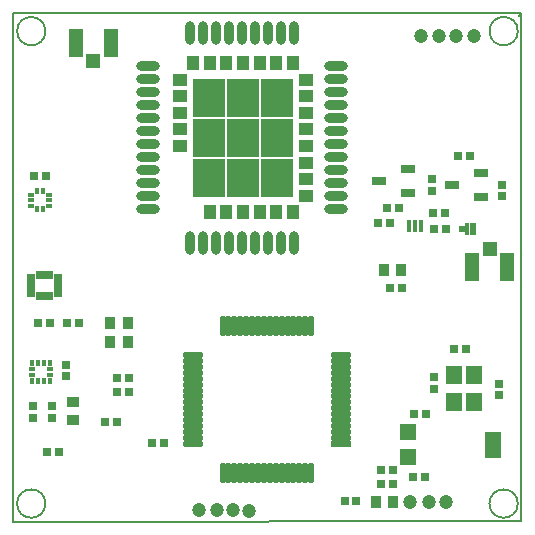
<source format=gts>
%FSLAX25Y25*%
%MOIN*%
G70*
G01*
G75*
G04 Layer_Color=8388736*
%ADD10C,0.01500*%
%ADD11C,0.02000*%
%ADD12R,0.02362X0.02362*%
%ADD13R,0.05000X0.07874*%
%ADD14R,0.05000X0.05000*%
%ADD15R,0.04800X0.05600*%
%ADD16R,0.02362X0.02362*%
%ADD17R,0.02756X0.03347*%
%ADD18O,0.06299X0.01181*%
%ADD19O,0.01181X0.06299*%
%ADD20R,0.06299X0.01181*%
%ADD21C,0.03937*%
G04:AMPARAMS|DCode=22|XSize=41.34mil|YSize=86.61mil|CornerRadius=6.2mil|HoleSize=0mil|Usage=FLASHONLY|Rotation=0.000|XOffset=0mil|YOffset=0mil|HoleType=Round|Shape=RoundedRectangle|*
%AMROUNDEDRECTD22*
21,1,0.04134,0.07421,0,0,0.0*
21,1,0.02894,0.08661,0,0,0.0*
1,1,0.01240,0.01447,-0.03711*
1,1,0.01240,-0.01447,-0.03711*
1,1,0.01240,-0.01447,0.03711*
1,1,0.01240,0.01447,0.03711*
%
%ADD22ROUNDEDRECTD22*%
G04:AMPARAMS|DCode=23|XSize=39.37mil|YSize=41.34mil|CornerRadius=5.91mil|HoleSize=0mil|Usage=FLASHONLY|Rotation=0.000|XOffset=0mil|YOffset=0mil|HoleType=Round|Shape=RoundedRectangle|*
%AMROUNDEDRECTD23*
21,1,0.03937,0.02953,0,0,0.0*
21,1,0.02756,0.04134,0,0,0.0*
1,1,0.01181,0.01378,-0.01476*
1,1,0.01181,-0.01378,-0.01476*
1,1,0.01181,-0.01378,0.01476*
1,1,0.01181,0.01378,0.01476*
%
%ADD23ROUNDEDRECTD23*%
%ADD24R,0.00984X0.01083*%
%ADD25R,0.01083X0.00984*%
%ADD26R,0.03347X0.02756*%
%ADD27R,0.01890X0.01181*%
%ADD28R,0.01181X0.01890*%
%ADD29R,0.00984X0.01083*%
%ADD30R,0.01083X0.00984*%
%ADD31R,0.00787X0.01378*%
%ADD32R,0.01181X0.01378*%
%ADD33R,0.00984X0.01378*%
%ADD34R,0.01181X0.01181*%
%ADD35R,0.03937X0.02362*%
%ADD36R,0.03937X0.03150*%
%ADD37R,0.03150X0.03937*%
%ADD38R,0.09843X0.11811*%
%ADD39O,0.07087X0.02362*%
%ADD40O,0.02362X0.07087*%
%ADD41C,0.00800*%
%ADD42C,0.01000*%
%ADD43C,0.00500*%
%ADD44C,0.00600*%
%ADD45R,0.12000X0.09600*%
%ADD46C,0.02000*%
%ADD47C,0.04000*%
%ADD48C,0.03000*%
%ADD49C,0.05000*%
%ADD50C,0.04000*%
%ADD51C,0.03000*%
%ADD52R,0.05906X0.03150*%
%ADD53R,0.07874X0.07087*%
%ADD54R,0.05906X0.05118*%
%ADD55R,0.02362X0.03937*%
%ADD56R,0.07874X0.07874*%
%ADD57P,0.03341X4X90.0*%
%ADD58R,0.09843X0.01969*%
%ADD59O,0.03937X0.07874*%
%ADD60R,0.08661X0.11811*%
G04:AMPARAMS|DCode=61|XSize=45mil|YSize=65mil|CornerRadius=5.63mil|HoleSize=0mil|Usage=FLASHONLY|Rotation=0.000|XOffset=0mil|YOffset=0mil|HoleType=Round|Shape=RoundedRectangle|*
%AMROUNDEDRECTD61*
21,1,0.04500,0.05375,0,0,0.0*
21,1,0.03375,0.06500,0,0,0.0*
1,1,0.01125,0.01688,-0.02688*
1,1,0.01125,-0.01688,-0.02688*
1,1,0.01125,-0.01688,0.02688*
1,1,0.01125,0.01688,0.02688*
%
%ADD61ROUNDEDRECTD61*%
%ADD62O,0.02953X0.01772*%
%ADD63R,0.11811X0.19685*%
%ADD64O,0.08661X0.02362*%
%ADD65R,0.07087X0.04331*%
%ADD66O,0.01378X0.02756*%
%ADD67R,0.05118X0.03937*%
%ADD68R,0.01200X0.01800*%
%ADD69R,0.02559X0.04921*%
%ADD70R,0.03937X0.05118*%
%ADD71R,0.04921X0.02559*%
%ADD72C,0.00787*%
%ADD73O,0.07874X0.03937*%
%ADD74R,0.10738X0.04200*%
%ADD75C,0.01200*%
%ADD76C,0.00300*%
%ADD77C,0.00400*%
%ADD78R,0.35200X0.19400*%
%ADD79R,0.02228X0.02472*%
%ADD80R,0.03162X0.03162*%
%ADD81R,0.05800X0.08674*%
%ADD82R,0.05800X0.05800*%
%ADD83R,0.05600X0.06400*%
%ADD84R,0.03162X0.03162*%
%ADD85R,0.03556X0.04147*%
%ADD86O,0.07099X0.01981*%
%ADD87O,0.01981X0.07099*%
%ADD88R,0.07099X0.01981*%
%ADD89C,0.04737*%
G04:AMPARAMS|DCode=90|XSize=49.34mil|YSize=94.61mil|CornerRadius=7.4mil|HoleSize=0mil|Usage=FLASHONLY|Rotation=0.000|XOffset=0mil|YOffset=0mil|HoleType=Round|Shape=RoundedRectangle|*
%AMROUNDEDRECTD90*
21,1,0.04934,0.07981,0,0,0.0*
21,1,0.03454,0.09461,0,0,0.0*
1,1,0.01480,0.01727,-0.03991*
1,1,0.01480,-0.01727,-0.03991*
1,1,0.01480,-0.01727,0.03991*
1,1,0.01480,0.01727,0.03991*
%
%ADD90ROUNDEDRECTD90*%
G04:AMPARAMS|DCode=91|XSize=47.37mil|YSize=49.34mil|CornerRadius=7.11mil|HoleSize=0mil|Usage=FLASHONLY|Rotation=0.000|XOffset=0mil|YOffset=0mil|HoleType=Round|Shape=RoundedRectangle|*
%AMROUNDEDRECTD91*
21,1,0.04737,0.03513,0,0,0.0*
21,1,0.03316,0.04934,0,0,0.0*
1,1,0.01421,0.01658,-0.01756*
1,1,0.01421,-0.01658,-0.01756*
1,1,0.01421,-0.01658,0.01756*
1,1,0.01421,0.01658,0.01756*
%
%ADD91ROUNDEDRECTD91*%
%ADD92R,0.01784X0.01883*%
%ADD93R,0.01883X0.01784*%
%ADD94R,0.04147X0.03556*%
%ADD95R,0.02690X0.01981*%
%ADD96R,0.01981X0.02690*%
%ADD97R,0.01784X0.01883*%
%ADD98R,0.01883X0.01784*%
%ADD99R,0.01587X0.02178*%
%ADD100R,0.01981X0.02178*%
%ADD101R,0.01784X0.02178*%
%ADD102R,0.01981X0.01981*%
%ADD103R,0.04737X0.03162*%
%ADD104R,0.04737X0.03950*%
%ADD105R,0.03950X0.04737*%
%ADD106R,0.10642X0.12611*%
%ADD107O,0.07887X0.03162*%
%ADD108O,0.03162X0.07887*%
D43*
X10630Y5906D02*
G03*
X10630Y5906I-4724J0D01*
G01*
X168110Y163386D02*
G03*
X168110Y163386I-4724J0D01*
G01*
X10630D02*
G03*
X10630Y163386I-4724J0D01*
G01*
X168110Y5906D02*
G03*
X168110Y5906I-4724J0D01*
G01*
X0Y-74D02*
X169291Y-0D01*
Y169291D01*
X-0D02*
X0Y0D01*
X-0Y169291D02*
X169291D01*
X168484Y168484D02*
X169291Y169291D01*
D80*
X11223Y22950D02*
D03*
X15160D02*
D03*
X126591Y17119D02*
D03*
X122654D02*
D03*
X46299Y25957D02*
D03*
X50236D02*
D03*
X133439Y35665D02*
D03*
X137376D02*
D03*
X133281Y14894D02*
D03*
X137218D02*
D03*
X110344Y6657D02*
D03*
X114281D02*
D03*
X150766Y57347D02*
D03*
X146829D02*
D03*
X126584Y12292D02*
D03*
X122647D02*
D03*
X38604Y47812D02*
D03*
X34667D02*
D03*
X34414Y33073D02*
D03*
X30477D02*
D03*
X34442Y42961D02*
D03*
X38379D02*
D03*
X12256Y66131D02*
D03*
X8319Y66131D02*
D03*
X10937Y115143D02*
D03*
X7000D02*
D03*
X17889Y66185D02*
D03*
X21826D02*
D03*
X124600Y104300D02*
D03*
X128537D02*
D03*
X148100Y121700D02*
D03*
X152037D02*
D03*
X140300Y97500D02*
D03*
X144237D02*
D03*
X121600Y99500D02*
D03*
X125537D02*
D03*
X143900Y102600D02*
D03*
X139963D02*
D03*
X129400Y77600D02*
D03*
X125463D02*
D03*
D81*
X159840Y25524D02*
D03*
D82*
X131340Y21311D02*
D03*
X131340Y29811D02*
D03*
D83*
X153512Y48647D02*
D03*
Y39916D02*
D03*
X146766Y48647D02*
D03*
X146766Y39917D02*
D03*
D84*
X140098Y44231D02*
D03*
Y48168D02*
D03*
X161728Y45889D02*
D03*
X161728Y41952D02*
D03*
X12798Y38268D02*
D03*
Y34331D02*
D03*
X6598Y34330D02*
D03*
Y38267D02*
D03*
X17368Y48265D02*
D03*
Y52202D02*
D03*
X139400Y114000D02*
D03*
Y110063D02*
D03*
X163000Y108300D02*
D03*
Y112237D02*
D03*
D85*
X120711Y6550D02*
D03*
X126617D02*
D03*
X129306Y83800D02*
D03*
X123400Y83800D02*
D03*
X38048Y59888D02*
D03*
X32142Y59888D02*
D03*
X38137Y66067D02*
D03*
X32231Y66067D02*
D03*
D86*
X109058Y55382D02*
D03*
Y51445D02*
D03*
X109058Y53413D02*
D03*
X109058Y49476D02*
D03*
X59845Y25854D02*
D03*
Y27822D02*
D03*
X59845Y29791D02*
D03*
Y31759D02*
D03*
Y33728D02*
D03*
Y35697D02*
D03*
Y37665D02*
D03*
X59845Y39634D02*
D03*
Y41602D02*
D03*
X59845Y43571D02*
D03*
Y45539D02*
D03*
Y47508D02*
D03*
X59845Y49476D02*
D03*
X59845Y51445D02*
D03*
Y53413D02*
D03*
X59845Y55382D02*
D03*
X109058Y47508D02*
D03*
Y45539D02*
D03*
Y43571D02*
D03*
Y41602D02*
D03*
Y39634D02*
D03*
Y37665D02*
D03*
Y35697D02*
D03*
Y31760D02*
D03*
Y29791D02*
D03*
Y27822D02*
D03*
Y33728D02*
D03*
D87*
X99215Y16011D02*
D03*
X97247D02*
D03*
X95278D02*
D03*
X93310D02*
D03*
X91341D02*
D03*
X89373D02*
D03*
X87404D02*
D03*
X85436D02*
D03*
X83467D02*
D03*
X81499D02*
D03*
X79530D02*
D03*
X77562D02*
D03*
X75593D02*
D03*
X73625D02*
D03*
X71656D02*
D03*
X69688Y16011D02*
D03*
Y65224D02*
D03*
X71656D02*
D03*
X73625D02*
D03*
X75593D02*
D03*
X77562D02*
D03*
X79530D02*
D03*
X81499D02*
D03*
X83467D02*
D03*
X85436D02*
D03*
X87404D02*
D03*
X89373D02*
D03*
X91341D02*
D03*
X93310D02*
D03*
X95278D02*
D03*
X97247D02*
D03*
X99215D02*
D03*
D88*
X109058Y25854D02*
D03*
D89*
X153500Y161800D02*
D03*
X147633D02*
D03*
X141767D02*
D03*
X135900D02*
D03*
X61924Y3847D02*
D03*
X73008Y3669D02*
D03*
X144102Y6386D02*
D03*
X132303Y6512D02*
D03*
X67768Y3626D02*
D03*
X138516Y6272D02*
D03*
X78661Y3587D02*
D03*
D90*
X20761Y159577D02*
D03*
X32375D02*
D03*
X164507Y84700D02*
D03*
X152893Y84700D02*
D03*
D91*
X26568Y153573D02*
D03*
X158700Y90704D02*
D03*
D92*
X7853Y103942D02*
D03*
X9822D02*
D03*
Y109945D02*
D03*
X7853D02*
D03*
D93*
X11839Y104975D02*
D03*
Y106943D02*
D03*
Y108912D02*
D03*
X5835D02*
D03*
Y106943D02*
D03*
Y105043D02*
D03*
D94*
X19831Y39741D02*
D03*
X19831Y33835D02*
D03*
D95*
X5837Y81531D02*
D03*
Y79562D02*
D03*
X5837Y77594D02*
D03*
Y75625D02*
D03*
X14892D02*
D03*
X14892Y77594D02*
D03*
Y79562D02*
D03*
Y81531D02*
D03*
D96*
X8396Y74995D02*
D03*
X10364D02*
D03*
X12333D02*
D03*
X12333Y82161D02*
D03*
X10364D02*
D03*
X8396D02*
D03*
D97*
X6150Y46735D02*
D03*
X8118D02*
D03*
X10087D02*
D03*
X12055D02*
D03*
X12055Y52739D02*
D03*
X10087D02*
D03*
X8118D02*
D03*
X6150D02*
D03*
D98*
X12105Y48753D02*
D03*
Y50722D02*
D03*
X6101D02*
D03*
Y48753D02*
D03*
D99*
X131931Y97416D02*
D03*
X133900D02*
D03*
X135869D02*
D03*
Y99384D02*
D03*
X133900D02*
D03*
X131931D02*
D03*
D100*
X153043Y96268D02*
D03*
Y98532D02*
D03*
D101*
X151173Y96268D02*
D03*
Y98532D02*
D03*
D102*
X149500Y97400D02*
D03*
D103*
X131600Y109500D02*
D03*
X121757Y113437D02*
D03*
X131600Y117374D02*
D03*
X156000Y108200D02*
D03*
X146158Y112137D02*
D03*
X156000Y116074D02*
D03*
D104*
X55431Y136123D02*
D03*
Y147146D02*
D03*
X97564D02*
D03*
Y141635D02*
D03*
Y125099D02*
D03*
Y114076D02*
D03*
Y108564D02*
D03*
Y119587D02*
D03*
Y130611D02*
D03*
Y136123D02*
D03*
X55431Y125099D02*
D03*
Y130611D02*
D03*
Y141635D02*
D03*
D105*
X93033Y152658D02*
D03*
X70986Y103016D02*
D03*
X76498D02*
D03*
X93033D02*
D03*
X87521D02*
D03*
X82010D02*
D03*
X65474D02*
D03*
X87521Y152658D02*
D03*
X82010D02*
D03*
X76498D02*
D03*
X70986D02*
D03*
X65474D02*
D03*
X59962D02*
D03*
D106*
X65080Y127819D02*
D03*
X87915Y114433D02*
D03*
X65080D02*
D03*
X76498D02*
D03*
X87915Y127819D02*
D03*
X76498D02*
D03*
X87915Y141205D02*
D03*
X65080D02*
D03*
X76498D02*
D03*
D107*
X45002Y142976D02*
D03*
Y151638D02*
D03*
Y138646D02*
D03*
Y134315D02*
D03*
Y129984D02*
D03*
Y125654D02*
D03*
Y121323D02*
D03*
Y116992D02*
D03*
Y108331D02*
D03*
Y104000D02*
D03*
X107600Y147307D02*
D03*
Y142976D02*
D03*
Y138646D02*
D03*
Y134315D02*
D03*
Y129984D02*
D03*
Y125654D02*
D03*
Y121323D02*
D03*
Y116992D02*
D03*
Y112661D02*
D03*
Y108331D02*
D03*
Y104000D02*
D03*
Y151638D02*
D03*
X45002Y147307D02*
D03*
Y112661D02*
D03*
D108*
X89293Y162858D02*
D03*
X58978D02*
D03*
X63309D02*
D03*
X67639D02*
D03*
X71970D02*
D03*
X89293Y92780D02*
D03*
X84962D02*
D03*
X80632D02*
D03*
X76301D02*
D03*
X71970D02*
D03*
X67639D02*
D03*
X63309D02*
D03*
X58978D02*
D03*
X93624Y162858D02*
D03*
X84962D02*
D03*
X80632D02*
D03*
X76301D02*
D03*
X93624Y92780D02*
D03*
M02*

</source>
